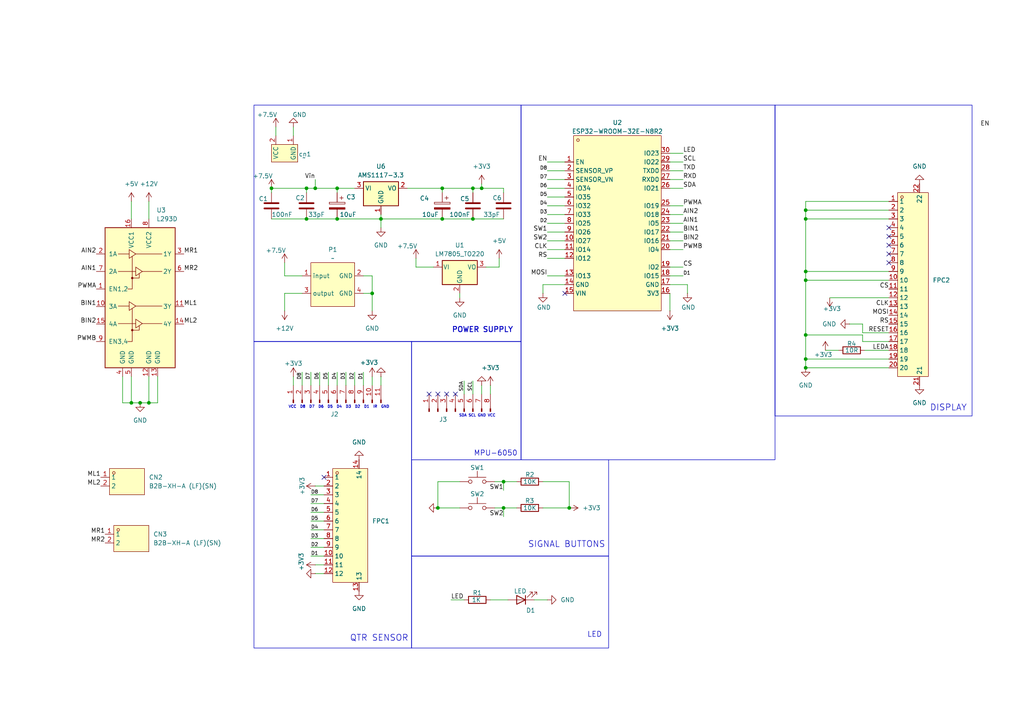
<source format=kicad_sch>
(kicad_sch (version 20231120) (generator "eeschema") (generator_version "8.0")
  (paper "A4")
  (lib_symbols
    (symbol "Connector:Conn_01x08_Pin" (pin_names (offset 1.016) hide)
      (property "Reference" "J" (at 0 10.16 0))
      (property "Value" "Conn_01x08_Pin" (at 0 -12.7 0))
      (symbol "Conn_01x08_Pin_1_1"
        (pin passive line (at 5.08 7.62 180) (length 3.81) (name "Pin_1") (number "1"))
        (pin passive line (at 5.08 5.08 180) (length 3.81) (name "Pin_2") (number "2"))
        (pin passive line (at 5.08 2.54 180) (length 3.81) (name "Pin_3") (number "3"))
        (pin passive line (at 5.08 0 180) (length 3.81) (name "Pin_4") (number "4"))
        (pin passive line (at 5.08 -2.54 180) (length 3.81) (name "Pin_5") (number "5"))
        (pin passive line (at 5.08 -5.08 180) (length 3.81) (name "Pin_6") (number "6"))
        (pin passive line (at 5.08 -7.62 180) (length 3.81) (name "Pin_7") (number "7"))
        (pin passive line (at 5.08 -10.16 180) (length 3.81) (name "Pin_8") (number "8"))
      )
    )
    (symbol "Connector:Conn_01x11_Pin" (pin_names (offset 1.016) hide)
      (property "Reference" "J" (at 0 15.24 0))
      (property "Value" "Conn_01x11_Pin" (at 0 -15.24 0))
      (symbol "Conn_01x11_Pin_1_1"
        (pin passive line (at 5.08 12.7 180) (length 3.81) (name "Pin_1") (number "1"))
        (pin passive line (at 5.08 -10.16 180) (length 3.81) (name "Pin_10") (number "10"))
        (pin passive line (at 5.08 -12.7 180) (length 3.81) (name "Pin_11") (number "11"))
        (pin passive line (at 5.08 10.16 180) (length 3.81) (name "Pin_2") (number "2"))
        (pin passive line (at 5.08 7.62 180) (length 3.81) (name "Pin_3") (number "3"))
        (pin passive line (at 5.08 5.08 180) (length 3.81) (name "Pin_4") (number "4"))
        (pin passive line (at 5.08 2.54 180) (length 3.81) (name "Pin_5") (number "5"))
        (pin passive line (at 5.08 0 180) (length 3.81) (name "Pin_6") (number "6"))
        (pin passive line (at 5.08 -2.54 180) (length 3.81) (name "Pin_7") (number "7"))
        (pin passive line (at 5.08 -5.08 180) (length 3.81) (name "Pin_8") (number "8"))
        (pin passive line (at 5.08 -7.62 180) (length 3.81) (name "Pin_9") (number "9"))
      )
    )
    (symbol "Device:C" (pin_numbers hide) (pin_names (offset 0.254))
      (property "Reference" "C" (at 0.635 2.54 0))
      (property "Value" "C" (at 0.635 -2.54 0))
      (symbol "C_1_1"
        (pin passive line (at 0 3.81 270) (length 2.794) (name "~") (number "1"))
        (pin passive line (at 0 -3.81 90) (length 2.794) (name "~") (number "2"))
      )
    )
    (symbol "Device:C_Polarized" (pin_numbers hide) (pin_names (offset 0.254))
      (property "Reference" "C" (at 0.635 2.54 0))
      (property "Value" "C_Polarized" (at 0.635 -2.54 0))
      (symbol "C_Polarized_1_1"
        (pin passive line (at 0 3.81 270) (length 2.794) (name "~") (number "1"))
        (pin passive line (at 0 -3.81 90) (length 2.794) (name "~") (number "2"))
      )
    )
    (symbol "Device:LED" (pin_numbers hide) (pin_names (offset 1.016) hide)
      (property "Reference" "D" (at 0 2.54 0))
      (property "Value" "LED" (at 0 -2.54 0))
      (symbol "LED_1_1"
        (pin passive line (at -3.81 0 0) (length 2.54) (name "K") (number "1"))
        (pin passive line (at 3.81 0 180) (length 2.54) (name "A") (number "2"))
      )
    )
    (symbol "Device:R" (pin_numbers hide) (pin_names (offset 0))
      (property "Reference" "R" (at 2.032 0 90))
      (property "Value" "R" (at 0 0 90))
      (symbol "R_1_1"
        (pin passive line (at 0 3.81 270) (length 1.27) (name "~") (number "1"))
        (pin passive line (at 0 -3.81 90) (length 1.27) (name "~") (number "2"))
      )
    )
    (symbol "Driver_Motor:L293D" (pin_names (offset 1.016))
      (property "Reference" "U" (at -5.08 26.035 0))
      (property "Value" "L293D" (at -5.08 24.13 0))
      (symbol "L293D_1_1"
        (pin input line (at -12.7 5.08 0) (length 2.54) (name "EN1,2") (number "1"))
        (pin input line (at -12.7 0 0) (length 2.54) (name "3A") (number "10"))
        (pin output line (at 12.7 0 180) (length 2.54) (name "3Y") (number "11"))
        (pin power_in line (at 2.54 -20.32 90) (length 2.54) (name "GND") (number "12"))
        (pin power_in line (at 5.08 -20.32 90) (length 2.54) (name "GND") (number "13"))
        (pin output line (at 12.7 -5.08 180) (length 2.54) (name "4Y") (number "14"))
        (pin input line (at -12.7 -5.08 0) (length 2.54) (name "4A") (number "15"))
        (pin power_in line (at -2.54 25.4 270) (length 2.54) (name "VCC1") (number "16"))
        (pin input line (at -12.7 15.24 0) (length 2.54) (name "1A") (number "2"))
        (pin output line (at 12.7 15.24 180) (length 2.54) (name "1Y") (number "3"))
        (pin power_in line (at -5.08 -20.32 90) (length 2.54) (name "GND") (number "4"))
        (pin power_in line (at -2.54 -20.32 90) (length 2.54) (name "GND") (number "5"))
        (pin output line (at 12.7 10.16 180) (length 2.54) (name "2Y") (number "6"))
        (pin input line (at -12.7 10.16 0) (length 2.54) (name "2A") (number "7"))
        (pin power_in line (at 2.54 25.4 270) (length 2.54) (name "VCC2") (number "8"))
        (pin input line (at -12.7 -10.16 0) (length 2.54) (name "EN3,4") (number "9"))
      )
    )
    (symbol "GND_1" (power) (pin_numbers hide) (pin_names (offset 0) hide)
      (property "Value" "GND" (at 0 -3.81 0))
      (symbol "GND_1_1_1"
        (pin power_in line (at 0 0 270) (length 0) (name "~") (number "1"))
      )
    )
    (symbol "GND_10" (power) (pin_numbers hide) (pin_names (offset 0) hide)
      (property "Value" "GND" (at 0 -3.81 0))
      (symbol "GND_10_1_1"
        (pin power_in line (at 0 0 270) (length 0) (name "~") (number "1"))
      )
    )
    (symbol "GND_11" (power) (pin_numbers hide) (pin_names (offset 0) hide)
      (property "Value" "GND" (at 0 -3.81 0))
      (symbol "GND_11_1_1"
        (pin power_in line (at 0 0 270) (length 0) (name "~") (number "1"))
      )
    )
    (symbol "GND_12" (power) (pin_numbers hide) (pin_names (offset 0) hide)
      (property "Value" "GND" (at 0 -3.81 0))
      (symbol "GND_12_1_1"
        (pin power_in line (at 0 0 270) (length 0) (name "~") (number "1"))
      )
    )
    (symbol "GND_2" (power) (pin_numbers hide) (pin_names (offset 0) hide)
      (property "Value" "GND" (at 0 -3.81 0))
      (symbol "GND_2_1_1"
        (pin power_in line (at 0 0 270) (length 0) (name "~") (number "1"))
      )
    )
    (symbol "GND_3" (power) (pin_numbers hide) (pin_names (offset 0) hide)
      (property "Value" "GND" (at 0 -3.81 0))
      (symbol "GND_3_1_1"
        (pin power_in line (at 0 0 270) (length 0) (name "~") (number "1"))
      )
    )
    (symbol "GND_4" (power) (pin_numbers hide) (pin_names (offset 0) hide)
      (property "Value" "GND" (at 0 -3.81 0))
      (symbol "GND_4_1_1"
        (pin power_in line (at 0 0 270) (length 0) (name "~") (number "1"))
      )
    )
    (symbol "GND_5" (power) (pin_numbers hide) (pin_names (offset 0) hide)
      (property "Value" "GND" (at 0 -3.81 0))
      (symbol "GND_5_1_1"
        (pin power_in line (at 0 0 270) (length 0) (name "~") (number "1"))
      )
    )
    (symbol "GND_6" (power) (pin_numbers hide) (pin_names (offset 0) hide)
      (property "Value" "GND" (at 0 -3.81 0))
      (symbol "GND_6_1_1"
        (pin power_in line (at 0 0 270) (length 0) (name "~") (number "1"))
      )
    )
    (symbol "GND_7" (power) (pin_numbers hide) (pin_names (offset 0) hide)
      (property "Value" "GND" (at 0 -3.81 0))
      (symbol "GND_7_1_1"
        (pin power_in line (at 0 0 270) (length 0) (name "~") (number "1"))
      )
    )
    (symbol "GND_8" (power) (pin_numbers hide) (pin_names (offset 0) hide)
      (property "Value" "GND" (at 0 -3.81 0))
      (symbol "GND_8_1_1"
        (pin power_in line (at 0 0 270) (length 0) (name "~") (number "1"))
      )
    )
    (symbol "GND_9" (power) (pin_numbers hide) (pin_names (offset 0) hide)
      (property "Value" "GND" (at 0 -3.81 0))
      (symbol "GND_9_1_1"
        (pin power_in line (at 0 0 270) (length 0) (name "~") (number "1"))
      )
    )
    (symbol "Regulator_Linear:AMS1117-3.3"
      (property "Reference" "U" (at -3.81 3.175 0))
      (property "Value" "AMS1117-3.3" (at 0 3.175 0))
      (symbol "AMS1117-3.3_1_1"
        (pin power_in line (at 0 -7.62 90) (length 2.54) (name "GND") (number "1"))
        (pin power_out line (at 7.62 0 180) (length 2.54) (name "VO") (number "2"))
        (pin power_in line (at -7.62 0 0) (length 2.54) (name "VI") (number "3"))
      )
    )
    (symbol "Regulator_Linear:LM7805_TO220" (pin_names (offset 0.254))
      (property "Reference" "U" (at -3.81 3.175 0))
      (property "Value" "LM7805_TO220" (at 0 3.175 0))
      (symbol "LM7805_TO220_1_1"
        (pin power_in line (at -7.62 0 0) (length 2.54) (name "VI") (number "1"))
        (pin power_in line (at 0 -7.62 90) (length 2.54) (name "GND") (number "2"))
        (pin power_out line (at 7.62 0 180) (length 2.54) (name "VO") (number "3"))
      )
    )
    (symbol "Switch:SW_Push" (pin_numbers hide) (pin_names (offset 1.016) hide)
      (property "Reference" "SW" (at 1.27 2.54 0))
      (property "Value" "SW_Push" (at 0 -1.524 0))
      (symbol "SW_Push_0_1"
        (pin passive line (at -5.08 0 0) (length 2.54) (name "1") (number "1"))
        (pin passive line (at 5.08 0 180) (length 2.54) (name "2") (number "2"))
      )
    )
    (symbol "easyeda2kicad:B2B-XH-A(LF)(SN)"
      (property "Reference" "CN" (at 0 6.35 0))
      (property "Value" "B2B-XH-A (LF)(SN)" (at 0 -6.35 0))
      (symbol "B2B-XH-A(LF)(SN)_0_1"
        (pin unspecified line (at -6.35 1.27 0) (length 2.54) (name "1") (number "1"))
        (pin unspecified line (at -6.35 -1.27 0) (length 2.54) (name "2") (number "2"))
      )
    )
    (symbol "easyeda2kicad:FPC-05F-12PH20"
      (property "Reference" "FPC" (at 0 22.86 0))
      (property "Value" "FPC-05F-12PH20" (at 0 -25.4 0))
      (symbol "FPC-05F-12PH20_0_1"
        (pin unspecified line (at -7.62 12.7 0) (length 2.54) (name "1") (number "1"))
        (pin unspecified line (at -7.62 -10.16 0) (length 2.54) (name "10") (number "10"))
        (pin unspecified line (at -7.62 -12.7 0) (length 2.54) (name "11") (number "11"))
        (pin unspecified line (at -7.62 -15.24 0) (length 2.54) (name "12") (number "12"))
        (pin unspecified line (at 2.54 -20.32 90) (length 2.54) (name "13") (number "13"))
        (pin unspecified line (at 2.54 17.78 270) (length 2.54) (name "14") (number "14"))
        (pin unspecified line (at -7.62 10.16 0) (length 2.54) (name "2") (number "2"))
        (pin unspecified line (at -7.62 7.62 0) (length 2.54) (name "3") (number "3"))
        (pin unspecified line (at -7.62 5.08 0) (length 2.54) (name "4") (number "4"))
        (pin unspecified line (at -7.62 2.54 0) (length 2.54) (name "5") (number "5"))
        (pin unspecified line (at -7.62 0 0) (length 2.54) (name "6") (number "6"))
        (pin unspecified line (at -7.62 -2.54 0) (length 2.54) (name "7") (number "7"))
        (pin unspecified line (at -7.62 -5.08 0) (length 2.54) (name "8") (number "8"))
        (pin unspecified line (at -7.62 -7.62 0) (length 2.54) (name "9") (number "9"))
      )
    )
    (symbol "easyeda2kicad:FPC-05F-20PH20"
      (property "Reference" "FPC" (at 0 35.56 0))
      (property "Value" "FPC-05F-20PH20" (at 0 -33.02 0))
      (symbol "FPC-05F-20PH20_0_1"
        (pin unspecified line (at -6.35 25.4 0) (length 2.54) (name "1") (number "1"))
        (pin unspecified line (at -6.35 2.54 0) (length 2.54) (name "10") (number "10"))
        (pin unspecified line (at -6.35 0 0) (length 2.54) (name "11") (number "11"))
        (pin unspecified line (at -6.35 -2.54 0) (length 2.54) (name "12") (number "12"))
        (pin unspecified line (at -6.35 -5.08 0) (length 2.54) (name "13") (number "13"))
        (pin unspecified line (at -6.35 -7.62 0) (length 2.54) (name "14") (number "14"))
        (pin unspecified line (at -6.35 -10.16 0) (length 2.54) (name "15") (number "15"))
        (pin unspecified line (at -6.35 -12.7 0) (length 2.54) (name "16") (number "16"))
        (pin unspecified line (at -6.35 -15.24 0) (length 2.54) (name "17") (number "17"))
        (pin unspecified line (at -6.35 -17.78 0) (length 2.54) (name "18") (number "18"))
        (pin unspecified line (at -6.35 -20.32 0) (length 2.54) (name "19") (number "19"))
        (pin unspecified line (at -6.35 22.86 0) (length 2.54) (name "2") (number "2"))
        (pin unspecified line (at -6.35 -22.86 0) (length 2.54) (name "20") (number "20"))
        (pin unspecified line (at 2.54 -27.94 90) (length 2.54) (name "21") (number "21"))
        (pin unspecified line (at 2.54 30.48 270) (length 2.54) (name "22") (number "22"))
        (pin unspecified line (at -6.35 20.32 0) (length 2.54) (name "3") (number "3"))
        (pin unspecified line (at -6.35 17.78 0) (length 2.54) (name "4") (number "4"))
        (pin unspecified line (at -6.35 15.24 0) (length 2.54) (name "5") (number "5"))
        (pin unspecified line (at -6.35 12.7 0) (length 2.54) (name "6") (number "6"))
        (pin unspecified line (at -6.35 10.16 0) (length 2.54) (name "7") (number "7"))
        (pin unspecified line (at -6.35 7.62 0) (length 2.54) (name "8") (number "8"))
        (pin unspecified line (at -6.35 5.08 0) (length 2.54) (name "9") (number "9"))
      )
    )
    (symbol "micromouse2.0:power_input_connector"
      (property "Reference" "cn" (at 2.794 -3.048 0))
      (symbol "power_input_connector_1_1"
        (pin input line (at 2.54 5.08 270) (length 2.54) (name "GND") (number "1"))
        (pin input line (at -2.54 5.08 270) (length 2.54) (name "VCC") (number "2"))
      )
    )
    (symbol "power:+12V" (power) (pin_numbers hide) (pin_names (offset 0) hide)
      (property "Value" "+12V" (at 0 3.556 0))
      (symbol "+12V_1_1"
        (pin power_in line (at 0 0 90) (length 0) (name "~") (number "1"))
      )
    )
    (symbol "power:+3.3V" (power) (pin_names (offset 0))
      (property "Value" "+3.3V" (at 0 3.556 0))
      (symbol "+3.3V_1_1"
        (pin power_in line (at 0 0 90) (length 0) hide (name "+3V3") (number "1"))
      )
    )
    (symbol "power:+3V3" (power) (pin_numbers hide) (pin_names (offset 0) hide)
      (property "Value" "+3V3" (at 0 3.556 0))
      (symbol "+3V3_1_1"
        (pin power_in line (at 0 0 90) (length 0) (name "~") (number "1"))
      )
    )
    (symbol "power:+5V" (power) (pin_numbers hide) (pin_names (offset 0) hide)
      (property "Value" "+5V" (at 0 3.556 0))
      (symbol "+5V_1_1"
        (pin power_in line (at 0 0 90) (length 0) (name "~") (number "1"))
      )
    )
    (symbol "power:+7.5V" (power) (pin_names (offset 0))
      (property "Value" "+7.5V" (at 0 3.556 0))
      (symbol "+7.5V_1_1"
        (pin power_in line (at 0 0 90) (length 0) hide (name "+7.5V") (number "1"))
      )
    )
    (symbol "power:GND" (power) (pin_names (offset 0))
      (property "Value" "GND" (at 0 -3.81 0))
      (symbol "GND_1_1"
        (pin power_in line (at 0 0 270) (length 0) hide (name "GND") (number "1"))
      )
    )
    (symbol "symbols:ESP32-WROOM-32_DEV_BOARD"
      (property "Reference" "U" (at 0 31.75 0))
      (property "Value" "ESP32-WROOM-32E-N8R2" (at 0 -29.21 0))
      (symbol "ESP32-WROOM-32_DEV_BOARD_1_1"
        (pin unspecified line (at -15.24 16.51 0) (length 2.54) (name "EN") (number "1"))
        (pin unspecified line (at -15.24 -6.35 0) (length 2.54) (name "IO27") (number "10"))
        (pin unspecified line (at -15.24 -8.89 0) (length 2.54) (name "IO14") (number "11"))
        (pin unspecified line (at -15.24 -11.43 0) (length 2.54) (name "IO12") (number "12"))
        (pin unspecified line (at -15.24 -16.51 0) (length 2.54) (name "IO13") (number "13"))
        (pin unspecified line (at -15.24 -19.05 0) (length 2.54) (name "GND") (number "14"))
        (pin unspecified line (at -15.24 -21.59 0) (length 2.54) (name "VIN") (number "15"))
        (pin unspecified line (at 15.24 -21.59 180) (length 2.54) (name "3V3") (number "16"))
        (pin unspecified line (at 15.24 -19.05 180) (length 2.54) (name "GND") (number "17"))
        (pin unspecified line (at 15.24 -16.51 180) (length 2.54) (name "IO15") (number "18"))
        (pin unspecified line (at 15.24 -13.97 180) (length 2.54) (name "IO2") (number "19"))
        (pin unspecified line (at -15.24 13.97 0) (length 2.54) (name "SENSOR_VP") (number "2"))
        (pin unspecified line (at 15.24 -8.89 180) (length 2.54) (name "IO4") (number "20"))
        (pin unspecified line (at 15.24 -6.35 180) (length 2.54) (name "IO16") (number "21"))
        (pin unspecified line (at 15.24 -3.81 180) (length 2.54) (name "IO17") (number "22"))
        (pin unspecified line (at 15.24 -1.27 180) (length 2.54) (name "IO5") (number "23"))
        (pin unspecified line (at 15.24 1.27 180) (length 2.54) (name "IO18") (number "24"))
        (pin unspecified line (at 15.24 3.81 180) (length 2.54) (name "IO19") (number "25"))
        (pin unspecified line (at 15.24 8.89 180) (length 2.54) (name "IO21") (number "26"))
        (pin unspecified line (at 15.24 11.43 180) (length 2.54) (name "RXD0") (number "27"))
        (pin unspecified line (at 15.24 13.97 180) (length 2.54) (name "TXD0") (number "28"))
        (pin unspecified line (at 15.24 16.51 180) (length 2.54) (name "IO22") (number "29"))
        (pin unspecified line (at -15.24 11.43 0) (length 2.54) (name "SENSOR_VN") (number "3"))
        (pin unspecified line (at 15.24 19.05 180) (length 2.54) (name "IO23") (number "30"))
        (pin unspecified line (at -15.24 8.89 0) (length 2.54) (name "IO34") (number "4"))
        (pin unspecified line (at -15.24 6.35 0) (length 2.54) (name "IO35") (number "5"))
        (pin unspecified line (at -15.24 3.81 0) (length 2.54) (name "IO32") (number "6"))
        (pin unspecified line (at -15.24 1.27 0) (length 2.54) (name "IO33") (number "7"))
        (pin unspecified line (at -15.24 -1.27 0) (length 2.54) (name "IO25") (number "8"))
        (pin unspecified line (at -15.24 -3.81 0) (length 2.54) (name "IO26") (number "9"))
      )
    )
    (symbol "symbols:buck_converter"
      (property "Reference" "P" (at 4.826 7.366 0))
      (symbol "buck_converter_1_1"
        (pin input line (at -8.89 2.54 0) (length 2.54) (name "input") (number "1"))
        (pin input line (at 8.89 2.54 180) (length 2.54) (name "GND") (number "2"))
        (pin input line (at -8.89 -2.54 0) (length 2.54) (name "output") (number "3"))
        (pin input line (at 8.89 -2.54 180) (length 2.54) (name "GND") (number "4"))
      )
    )
  )
  (junction (at 97.79 63.5))
  (junction (at 128.27 54.61))
  (junction (at 146.05 139.7))
  (junction (at 139.7 54.61))
  (junction (at 233.68 63.5))
  (junction (at 128.27 63.5))
  (junction (at 233.68 104.14))
  (junction (at 97.79 54.61))
  (junction (at 110.49 63.5))
  (junction (at 127 147.32))
  (junction (at 43.18 116.84))
  (junction (at 233.68 81.28))
  (junction (at 107.95 85.09))
  (junction (at 40.64 116.84))
  (junction (at 137.16 54.61))
  (junction (at 165.1 147.32))
  (junction (at 233.68 60.96))
  (junction (at 91.44 54.61))
  (junction (at 233.68 106.68))
  (junction (at 88.9 54.61))
  (junction (at 78.74 54.61))
  (junction (at 137.16 63.5))
  (junction (at 233.68 78.74))
  (junction (at 88.9 63.5))
  (junction (at 146.05 147.32))
  (junction (at 233.68 97.155))
  (junction (at 38.1 116.84))
  (no_connect (at 257.81 68.58))
  (no_connect (at 127 114.3))
  (no_connect (at 257.81 71.12))
  (no_connect (at 163.83 85.09))
  (no_connect (at 124.46 114.3))
  (no_connect (at 257.81 66.04))
  (no_connect (at 257.81 73.66))
  (no_connect (at 257.81 76.2))
  (no_connect (at 93.98 138.43))
  (no_connect (at 129.54 114.3))
  (no_connect (at 132.08 114.3))
  (wire (pts (xy 82.55 76.2) (xy 82.55 80.01)))
  (wire (pts (xy 158.75 57.15) (xy 163.83 57.15)))
  (wire (pts (xy 107.95 80.01) (xy 107.95 85.09)))
  (wire (pts (xy 82.55 85.09) (xy 82.55 90.17)))
  (wire (pts (xy 38.1 58.42) (xy 38.1 63.5)))
  (wire (pts (xy 133.35 85.09) (xy 133.35 86.36)))
  (wire (pts (xy 240.665 86.36) (xy 257.81 86.36)))
  (wire (pts (xy 137.16 54.61) (xy 128.27 54.61)))
  (wire (pts (xy 90.17 156.21) (xy 93.98 156.21)))
  (wire (pts (xy 198.12 46.99) (xy 194.31 46.99)))
  (wire (pts (xy 137.16 63.5) (xy 128.27 63.5)))
  (wire (pts (xy 146.05 54.61) (xy 146.05 55.88)))
  (wire (pts (xy 97.79 107.95) (xy 97.79 111.76)))
  (wire (pts (xy 38.1 109.22) (xy 38.1 116.84)))
  (wire (pts (xy 194.31 44.45) (xy 198.12 44.45)))
  (wire (pts (xy 90.17 146.05) (xy 93.98 146.05)))
  (wire (pts (xy 45.72 116.84) (xy 43.18 116.84)))
  (wire (pts (xy 146.05 147.32) (xy 146.05 149.86)))
  (wire (pts (xy 91.44 140.97) (xy 93.98 140.97)))
  (wire (pts (xy 198.12 67.31) (xy 194.31 67.31)))
  (wire (pts (xy 233.68 60.96) (xy 233.68 63.5)))
  (wire (pts (xy 146.05 63.5) (xy 137.16 63.5)))
  (wire (pts (xy 97.79 54.61) (xy 102.87 54.61)))
  (wire (pts (xy 233.68 58.42) (xy 233.68 60.96)))
  (wire (pts (xy 88.9 54.61) (xy 88.9 55.88)))
  (wire (pts (xy 82.55 80.01) (xy 87.63 80.01)))
  (wire (pts (xy 90.17 143.51) (xy 93.98 143.51)))
  (wire (pts (xy 142.24 111.76) (xy 142.24 114.3)))
  (wire (pts (xy 199.39 82.55) (xy 199.39 85.09)))
  (wire (pts (xy 90.17 148.59) (xy 93.98 148.59)))
  (wire (pts (xy 194.31 82.55) (xy 199.39 82.55)))
  (wire (pts (xy 120.65 74.93) (xy 120.65 77.47)))
  (wire (pts (xy 95.25 107.95) (xy 95.25 111.76)))
  (wire (pts (xy 127 147.32) (xy 133.35 147.32)))
  (wire (pts (xy 257.81 96.52) (xy 250.19 96.52)))
  (wire (pts (xy 45.72 109.22) (xy 45.72 116.84)))
  (wire (pts (xy 102.87 107.95) (xy 102.87 111.76)))
  (wire (pts (xy 157.48 139.7) (xy 165.1 139.7)))
  (wire (pts (xy 158.75 46.99) (xy 163.83 46.99)))
  (wire (pts (xy 158.75 64.77) (xy 163.83 64.77)))
  (wire (pts (xy 128.27 63.5) (xy 110.49 63.5)))
  (wire (pts (xy 91.44 166.37) (xy 93.98 166.37)))
  (wire (pts (xy 157.48 85.09) (xy 157.48 82.55)))
  (wire (pts (xy 246.38 93.98) (xy 250.19 93.98)))
  (wire (pts (xy 158.75 59.69) (xy 163.83 59.69)))
  (wire (pts (xy 142.24 173.99) (xy 147.32 173.99)))
  (wire (pts (xy 198.12 64.77) (xy 194.31 64.77)))
  (wire (pts (xy 194.31 52.07) (xy 198.12 52.07)))
  (wire (pts (xy 35.56 116.84) (xy 38.1 116.84)))
  (wire (pts (xy 233.68 81.28) (xy 233.68 97.155)))
  (wire (pts (xy 158.75 80.01) (xy 163.83 80.01)))
  (wire (pts (xy 100.33 107.95) (xy 100.33 111.76)))
  (wire (pts (xy 85.09 109.22) (xy 85.09 111.76)))
  (wire (pts (xy 107.95 85.09) (xy 107.95 90.17)))
  (wire (pts (xy 139.7 111.76) (xy 139.7 114.3)))
  (wire (pts (xy 257.81 81.28) (xy 233.68 81.28)))
  (wire (pts (xy 163.83 69.85) (xy 158.75 69.85)))
  (wire (pts (xy 198.12 62.23) (xy 194.31 62.23)))
  (wire (pts (xy 158.75 62.23) (xy 163.83 62.23)))
  (wire (pts (xy 133.35 139.7) (xy 127 139.7)))
  (wire (pts (xy 198.12 54.61) (xy 194.31 54.61)))
  (wire (pts (xy 110.49 62.23) (xy 110.49 63.5)))
  (wire (pts (xy 257.81 58.42) (xy 233.68 58.42)))
  (wire (pts (xy 146.05 54.61) (xy 139.7 54.61)))
  (wire (pts (xy 90.17 158.75) (xy 93.98 158.75)))
  (wire (pts (xy 158.75 74.93) (xy 163.83 74.93)))
  (wire (pts (xy 233.68 78.74) (xy 233.68 81.28)))
  (wire (pts (xy 257.81 78.74) (xy 233.68 78.74)))
  (wire (pts (xy 128.27 55.88) (xy 128.27 54.61)))
  (wire (pts (xy 158.75 72.39) (xy 163.83 72.39)))
  (wire (pts (xy 130.81 173.99) (xy 134.62 173.99)))
  (wire (pts (xy 250.19 97.155) (xy 250.19 99.06)))
  (wire (pts (xy 107.95 109.22) (xy 107.95 111.76)))
  (wire (pts (xy 127 139.7) (xy 127 147.32)))
  (wire (pts (xy 146.05 147.32) (xy 149.86 147.32)))
  (wire (pts (xy 110.49 63.5) (xy 110.49 66.04)))
  (wire (pts (xy 158.75 54.61) (xy 163.83 54.61)))
  (wire (pts (xy 143.51 147.32) (xy 146.05 147.32)))
  (wire (pts (xy 250.19 99.06) (xy 257.81 99.06)))
  (wire (pts (xy 233.68 106.68) (xy 257.81 106.68)))
  (wire (pts (xy 137.16 54.61) (xy 137.16 55.88)))
  (wire (pts (xy 250.19 97.155) (xy 233.68 97.155)))
  (wire (pts (xy 110.49 109.22) (xy 110.49 111.76)))
  (wire (pts (xy 137.16 110.49) (xy 137.16 114.3)))
  (wire (pts (xy 78.74 63.5) (xy 88.9 63.5)))
  (wire (pts (xy 105.41 107.95) (xy 105.41 111.76)))
  (wire (pts (xy 78.74 54.61) (xy 78.74 55.88)))
  (wire (pts (xy 78.74 54.61) (xy 88.9 54.61)))
  (wire (pts (xy 146.05 139.7) (xy 149.86 139.7)))
  (wire (pts (xy 146.05 139.7) (xy 146.05 142.24)))
  (wire (pts (xy 120.65 77.47) (xy 125.73 77.47)))
  (wire (pts (xy 90.17 153.67) (xy 93.98 153.67)))
  (wire (pts (xy 90.17 107.95) (xy 90.17 111.76)))
  (wire (pts (xy 157.48 147.32) (xy 165.1 147.32)))
  (wire (pts (xy 144.78 77.47) (xy 140.97 77.47)))
  (wire (pts (xy 154.94 173.99) (xy 158.75 173.99)))
  (wire (pts (xy 233.68 104.14) (xy 233.68 106.68)))
  (wire (pts (xy 128.27 54.61) (xy 118.11 54.61)))
  (wire (pts (xy 158.75 67.31) (xy 163.83 67.31)))
  (wire (pts (xy 87.63 107.95) (xy 87.63 111.76)))
  (wire (pts (xy 88.9 63.5) (xy 97.79 63.5)))
  (wire (pts (xy 233.68 63.5) (xy 233.68 78.74)))
  (wire (pts (xy 88.9 54.61) (xy 91.44 54.61)))
  (wire (pts (xy 43.18 58.42) (xy 43.18 63.5)))
  (wire (pts (xy 194.31 80.01) (xy 198.12 80.01)))
  (wire (pts (xy 250.19 96.52) (xy 250.19 93.98)))
  (wire (pts (xy 38.1 116.84) (xy 40.64 116.84)))
  (wire (pts (xy 257.81 60.96) (xy 233.68 60.96)))
  (wire (pts (xy 139.7 54.61) (xy 137.16 54.61)))
  (wire (pts (xy 97.79 54.61) (xy 97.79 55.88)))
  (wire (pts (xy 139.7 54.61) (xy 139.7 53.34)))
  (wire (pts (xy 85.09 36.83) (xy 85.09 39.37)))
  (wire (pts (xy 198.12 77.47) (xy 194.31 77.47)))
  (wire (pts (xy 233.68 97.155) (xy 233.68 104.14)))
  (wire (pts (xy 80.01 36.83) (xy 80.01 39.37)))
  (wire (pts (xy 90.17 161.29) (xy 93.98 161.29)))
  (wire (pts (xy 239.395 101.6) (xy 243.205 101.6)))
  (wire (pts (xy 198.12 72.39) (xy 194.31 72.39)))
  (wire (pts (xy 158.75 49.53) (xy 163.83 49.53)))
  (wire (pts (xy 91.44 52.07) (xy 91.44 54.61)))
  (wire (pts (xy 165.1 139.7) (xy 165.1 147.32)))
  (wire (pts (xy 87.63 85.09) (xy 82.55 85.09)))
  (wire (pts (xy 92.71 107.95) (xy 92.71 111.76)))
  (wire (pts (xy 91.44 54.61) (xy 97.79 54.61)))
  (wire (pts (xy 35.56 109.22) (xy 35.56 116.84)))
  (wire (pts (xy 198.12 69.85) (xy 194.31 69.85)))
  (wire (pts (xy 198.12 59.69) (xy 194.31 59.69)))
  (wire (pts (xy 257.81 63.5) (xy 233.68 63.5)))
  (wire (pts (xy 194.31 90.17) (xy 194.31 85.09)))
  (wire (pts (xy 250.825 101.6) (xy 257.81 101.6)))
  (wire (pts (xy 105.41 80.01) (xy 107.95 80.01)))
  (wire (pts (xy 43.18 116.84) (xy 40.64 116.84)))
  (wire (pts (xy 97.79 63.5) (xy 110.49 63.5)))
  (wire (pts (xy 144.78 74.93) (xy 144.78 77.47)))
  (wire (pts (xy 143.51 139.7) (xy 146.05 139.7)))
  (wire (pts (xy 43.18 109.22) (xy 43.18 116.84)))
  (wire (pts (xy 90.17 151.13) (xy 93.98 151.13)))
  (wire (pts (xy 157.48 82.55) (xy 163.83 82.55)))
  (wire (pts (xy 105.41 85.09) (xy 107.95 85.09)))
  (wire (pts (xy 91.44 163.83) (xy 93.98 163.83)))
  (wire (pts (xy 233.68 104.14) (xy 257.81 104.14)))
  (wire (pts (xy 194.31 49.53) (xy 198.12 49.53)))
  (wire (pts (xy 134.62 110.49) (xy 134.62 114.3)))
  (wire (pts (xy 158.75 52.07) (xy 163.83 52.07)))
  (rectangle (start 73.66 99.06) (end 119.38 187.96))
  (rectangle (start 119.38 133.35) (end 176.53 161.29))
  (rectangle (start 119.38 161.29) (end 176.53 187.96))
  (rectangle (start 119.38 99.06) (end 151.13 133.35))
  (rectangle (start 151.13 30.48) (end 224.79 133.35))
  (rectangle (start 184.15 133.35) (end 184.15 133.35))
  (rectangle (start 224.79 30.48) (end 281.94 120.65))
  (rectangle (start 73.66 30.48) (end 151.13 99.06))
  (text "SDA SCL GND VCC" (at 138.43 120.65 0) (effects (font (size 0.762 0.762))))
  (text "SIGNAL BUTTONS\n" (at 164.338 157.988 0) (effects (font (size 1.778 1.778))))
  (text "MPU-6050\n" (at 143.764 131.572 0) (effects (font (size 1.524 1.524))))
  (text "DISPLAY\n" (at 275.082 118.364 0) (effects (font (size 1.778 1.778))))
  (text "POWER SUPPLY" (at 139.954 95.758 0) (effects (font (size 1.524 1.524) (thickness 0.254) (bold yes))))
  (text "QTR SENSOR" (at 109.982 185.166 0) (effects (font (size 1.778 1.778))))
  (text "LED" (at 172.466 184.15 0) (effects (font (size 1.524 1.524))))
  (text "VCC  D8  D7  D6  D5  D4  D3  D2  D1  IR  GND\n" (at 98.298 118.11 0) (effects (font (size 0.762 0.762))))
  (label "EN" (at 287.02 36.83 180))
  (label "BIN1" (at 27.94 88.9 180))
  (label "CS" (at 198.12 77.47 0))
  (label "TXD" (at 198.12 49.53 0))
  (label "D5" (at 90.17 151.13 0) (effects (font (size 1.016 1.016))))
  (label "D8" (at 87.63 107.95 270) (effects (font (size 1.016 1.016))))
  (label "D3" (at 100.33 107.95 270) (effects (font (size 1.016 1.016))))
  (label "SDA" (at 134.62 110.49 270) (effects (font (size 1.016 1.016))))
  (label "RESET" (at 257.81 96.52 180))
  (label "MOSI" (at 257.81 91.44 180))
  (label "SCL" (at 137.16 110.49 270) (effects (font (size 1.016 1.016))))
  (label "D1" (at 105.41 107.95 270) (effects (font (size 1.016 1.016))))
  (label "D2" (at 102.87 107.95 270) (effects (font (size 1.016 1.016))))
  (label "ML1" (at 53.34 88.9 0))
  (label "RS" (at 257.81 93.98 180))
  (label "SW2" (at 146.05 149.86 180))
  (label "D4" (at 158.75 59.69 180) (effects (font (size 1.016 1.016))))
  (label "D4" (at 90.17 153.67 0) (effects (font (size 1.016 1.016))))
  (label "D1" (at 90.17 161.29 0) (effects (font (size 1.016 1.016))))
  (label "D6" (at 90.17 148.59 0) (effects (font (size 1.016 1.016))))
  (label "AIN2" (at 198.12 62.23 0))
  (label "SDA" (at 198.12 54.61 0))
  (label "SW1" (at 158.75 67.31 180))
  (label "D2" (at 158.75 64.77 180) (effects (font (size 1.016 1.016))))
  (label "LED" (at 198.12 44.45 0))
  (label "BIN1" (at 198.12 67.31 0))
  (label "D6" (at 158.75 54.61 180) (effects (font (size 1.016 1.016))))
  (label "SCL" (at 198.12 46.99 0))
  (label "PWMB" (at 27.94 99.06 180))
  (label "D3" (at 158.75 62.23 180) (effects (font (size 1.016 1.016))))
  (label "MR1" (at 30.48 154.94 180))
  (label "BIN2" (at 198.12 69.85 0))
  (label "D5" (at 95.25 107.95 270) (effects (font (size 1.016 1.016))))
  (label "D7" (at 90.17 146.05 0) (effects (font (size 1.016 1.016))))
  (label "ML1" (at 29.21 138.43 180))
  (label "D8" (at 90.17 143.51 0) (effects (font (size 1.016 1.016))))
  (label "PWMB" (at 198.12 72.39 0))
  (label "PWMA" (at 27.94 83.82 180))
  (label "D7" (at 90.17 107.95 270) (effects (font (size 1.016 1.016))))
  (label "AIN2" (at 27.94 73.66 180))
  (label "CLK" (at 257.81 88.9 180))
  (label "EN" (at 158.75 46.99 180))
  (label "MOSI" (at 158.75 80.01 180))
  (label "D7" (at 158.75 52.07 180) (effects (font (size 1.016 1.016))))
  (label "D2" (at 90.17 158.75 0) (effects (font (size 1.016 1.016))))
  (label "LEDA" (at 257.81 101.6 180))
  (label "ML2" (at 29.21 140.97 180))
  (label "AIN1" (at 27.94 78.74 180))
  (label "D5" (at 158.75 57.15 180) (effects (font (size 1.016 1.016))))
  (label "RS" (at 158.75 74.93 180))
  (label "MR2" (at 53.34 78.74 0))
  (label "BIN2" (at 27.94 93.98 180))
  (label "SW1" (at 146.05 142.24 180))
  (label "RXD" (at 198.12 52.07 0))
  (label "D8" (at 158.75 49.53 180) (effects (font (size 1.016 1.016))))
  (label "PWMA" (at 198.12 59.69 0))
  (label "D3" (at 90.17 156.21 0) (effects (font (size 1.016 1.016))))
  (label "MR2" (at 30.48 157.48 180))
  (label "D6" (at 92.71 107.95 270) (effects (font (size 1.016 1.016))))
  (label "LED" (at 130.81 173.99 0))
  (label "CLK" (at 158.75 72.39 180))
  (label "Vin" (at 91.44 52.07 180))
  (label "CS" (at 257.81 83.82 180))
  (label "D1" (at 198.12 80.01 0) (effects (font (size 1.016 1.016))))
  (label "SW2" (at 158.75 69.85 180))
  (label "AIN1" (at 198.12 64.77 0))
  (label "D4" (at 97.79 107.95 270) (effects (font (size 1.016 1.016))))
  (label "ML2" (at 53.34 93.98 0))
  (label "MR1" (at 53.34 73.66 0))
  (symbol (lib_id "Connector:Conn_01x11_Pin") (at 97.79 116.84 90) (unit 1)
    (property "Reference" "J2" (at 97.028 120.142 90))
    (property "Value" "Conn_01x11_Pin" (effects (hide yes)))
    (property "Footprint" "Connector_PinHeader_2.54mm:PinHeader_1x11_P2.54mm_Vertical" (effects (hide yes)))
    (property "Description" "Generic connector, single row, 01x11, script generated" (effects (hide yes)))
  )
  (symbol (lib_name "GND_4") (lib_id "power:GND") (at 139.7 111.76 180) (unit 1)
    (property "Reference" "#PWR018" (effects (hide yes)))
    (property "Value" "GND" (effects (hide yes)))
    (property "Description" "Power symbol creates a global label with name \"GND\" , ground" (effects (hide yes)))
  )
  (symbol (lib_id "Device:C") (at 78.74 59.69 0) (mirror y) (unit 1)
    (property "Reference" "C1" (at 77.724 57.658 0) (effects (justify left)))
    (property "Value" "100nF" (at 84.836 62.23 0) (effects (justify left)))
    (property "Footprint" "Capacitor_SMD:C_0805_2012Metric" (effects (hide yes)))
    (property "lcsc" "C100072" (effects (hide yes)))
    (property "LCSC Part" "C476766" (effects (hide yes)))
  )
  (symbol (lib_id "Device:C") (at 88.9 59.69 0) (mirror y) (unit 1)
    (property "Reference" "C2" (at 88.392 57.404 0) (effects (justify left)))
    (property "Value" "33pF" (at 94.234 62.23 0) (effects (justify left)))
    (property "Footprint" "Capacitor_SMD:C_0805_2012Metric" (effects (hide yes)))
    (property "lcsc" "C100072" (effects (hide yes)))
    (property "LCSC Part" "C157687" (effects (hide yes)))
  )
  (symbol (lib_name "GND_2") (lib_id "power:GND") (at 91.44 166.37 270) (mirror x) (unit 1)
    (property "Reference" "#PWR09" (effects (hide yes)))
    (property "Value" "GND" (effects (hide yes)))
    (property "Description" "Power symbol creates a global label with name \"GND\" , ground" (effects (hide yes)))
  )
  (symbol (lib_id "power:+3V3") (at 91.44 140.97 90) (mirror x) (unit 1)
    (property "Reference" "#PWR07" (effects (hide yes)))
    (property "Value" "+3V3" (at 87.63 140.97 0))
    (property "Description" "Power symbol creates a global label with name \"+3V3\"" (effects (hide yes)))
  )
  (symbol (lib_id "power:+12V") (at 82.55 90.17 180) (unit 1)
    (property "Reference" "#PWR04" (effects (hide yes)))
    (property "Value" "+12V" (at 82.55 95.25 0))
    (property "Description" "Power symbol creates a global label with name \"+12V\"" (effects (hide yes)))
  )
  (symbol (lib_name "GND_8") (lib_id "power:GND") (at 246.38 93.98 270) (unit 1)
    (property "Reference" "#PWR028" (effects (hide yes)))
    (property "Value" "GND" (at 242.57 93.9799 90) (effects (justify right)))
    (property "Description" "Power symbol creates a global label with name \"GND\" , ground" (effects (hide yes)))
  )
  (symbol (lib_id "power:+5V") (at 38.1 58.42 0) (unit 1)
    (property "Reference" "#PWR031" (effects (hide yes)))
    (property "Value" "+5V" (at 38.1 53.34 0))
    (property "Description" "Power symbol creates a global label with name \"+5V\"" (effects (hide yes)))
  )
  (symbol (lib_id "symbols:buck_converter") (at 96.52 82.55 0) (unit 1)
    (property "Reference" "P1" (at 96.52 72.39 0))
    (property "Value" "~" (at 96.52 74.93 0))
    (property "Footprint" "symbols_footprint:buck_boost converter" (effects (hide yes)))
  )
  (symbol (lib_name "GND_1") (lib_id "power:GND") (at 133.35 86.36 0) (unit 1)
    (property "Reference" "#PWR035" (effects (hide yes)))
    (property "Value" "GND" (at 133.35 91.44 0))
    (property "Description" "Power symbol creates a global label with name \"GND\" , ground" (effects (hide yes)))
  )
  (symbol (lib_name "GND_5") (lib_id "power:GND") (at 158.75 173.99 90) (unit 1)
    (property "Reference" "#PWR021" (effects (hide yes)))
    (property "Value" "GND" (at 162.56 173.9899 90) (effects (justify right)))
    (property "Description" "Power symbol creates a global label with name \"GND\" , ground" (effects (hide yes)))
  )
  (symbol (lib_id "power:+3V3") (at 194.31 90.17 180) (unit 1)
    (property "Reference" "#PWR023" (effects (hide yes)))
    (property "Value" "+3V3" (at 194.31 95.25 0))
    (property "Description" "Power symbol creates a global label with name \"+3V3\"" (effects (hide yes)))
  )
  (symbol (lib_id "Device:R") (at 153.67 147.32 90) (unit 1)
    (property "Reference" "R3" (at 153.6294 145.2438 90))
    (property "Value" "10K" (at 153.67 147.32 90))
    (property "Footprint" "Resistor_SMD:R_0603_1608Metric" (effects (hide yes)))
    (property "Description" "Resistor" (effects (hide yes)))
  )
  (symbol (lib_id "power:+12V") (at 43.18 58.42 0) (unit 1)
    (property "Reference" "#PWR032" (effects (hide yes)))
    (property "Value" "+12V" (at 43.18 53.34 0))
    (property "Description" "Power symbol creates a global label with name \"+12V\"" (effects (hide yes)))
  )
  (symbol (lib_id "easyeda2kicad:FPC-05F-20PH20") (at 264.16 83.82 0) (unit 1)
    (property "Reference" "FPC2" (at 270.51 81.2799 0) (effects (justify left)))
    (property "Value" "FPC-05F-20PH20" (effects (hide yes)))
    (property "Footprint" "easyeda2kicad:FPC-SMD_20P-P0.50_XUNPU_FPC-05F-20PH20" (effects (hide yes)))
    (property "LCSC Part" "C2856803" (effects (hide yes)))
  )
  (symbol (lib_id "Connector:Conn_01x08_Pin") (at 132.08 119.38 90) (unit 1)
    (property "Reference" "J3" (at 128.524 121.666 90))
    (property "Value" "Conn_01x08_Pin" (effects (hide yes)))
    (property "Footprint" "Connector_PinHeader_2.54mm:PinHeader_1x08_P2.54mm_Vertical" (effects (hide yes)))
    (property "Description" "Generic connector, single row, 01x08, script generated" (effects (hide yes)))
  )
  (symbol (lib_id "Driver_Motor:L293D") (at 40.64 88.9 0) (unit 1)
    (property "Reference" "U3" (at 45.3741 60.96 0) (effects (justify left)))
    (property "Value" "L293D" (at 45.3741 63.5 0) (effects (justify left)))
    (property "Footprint" "Package_DIP:DIP-16_W7.62mm" (effects (hide yes)))
    (property "Datasheet" "http://www.ti.com/lit/ds/symlink/l293.pdf" (effects (hide yes)))
    (property "Description" "Quadruple Half-H Drivers" (effects (hide yes)))
  )
  (symbol (lib_name "GND_12") (lib_id "power:GND") (at 40.64 116.84 0) (unit 1)
    (property "Reference" "#PWR033" (effects (hide yes)))
    (property "Value" "GND" (at 40.64 121.92 0))
    (property "Description" "Power symbol creates a global label with name \"GND\" , ground" (effects (hide yes)))
  )
  (symbol (lib_id "power:+7.5V") (at 78.74 54.61 0) (unit 1)
    (property "Reference" "#PWR01" (effects (hide yes)))
    (property "Value" "+7.5V" (at 76.2 51.054 0))
    (property "Description" "Power symbol creates a global label with name \"+7.5V\"" (effects (hide yes)))
  )
  (symbol (lib_id "Device:R") (at 247.015 101.6 90) (unit 1)
    (property "Reference" "R4" (at 247.015 99.695 90))
    (property "Value" "10R" (at 247.015 101.6 90))
    (property "Footprint" "Resistor_SMD:R_0603_1608Metric" (effects (hide yes)))
    (property "Description" "Resistor" (effects (hide yes)))
  )
  (symbol (lib_id "power:+3V3") (at 142.24 111.76 0) (unit 1)
    (property "Reference" "#PWR019" (effects (hide yes)))
    (property "Value" "+3V3" (at 142.24 106.68 0))
    (property "Description" "Power symbol creates a global label with name \"+3V3\"" (effects (hide yes)))
  )
  (symbol (lib_id "power:+7.5V") (at 82.55 76.2 0) (unit 1)
    (property "Reference" "#PWR03" (effects (hide yes)))
    (property "Value" "+7.5V" (at 80.01 72.644 0))
    (property "Description" "Power symbol creates a global label with name \"+7.5V\"" (effects (hide yes)))
  )
  (symbol (lib_id "easyeda2kicad:FPC-05F-12PH20") (at 101.6 151.13 0) (unit 1)
    (property "Reference" "FPC1" (at 107.95 151.1299 0) (effects (justify left)))
    (property "Value" "FPC-05F-12PH20" (effects (hide yes)))
    (property "Footprint" "easyeda2kicad:FPC-SMD_12P-P0.50_FPC-05F-12PH20" (effects (hide yes)))
    (property "LCSC Part" "C2856799" (effects (hide yes)))
  )
  (symbol (lib_id "easyeda2kicad:B2B-XH-A(LF)(SN)") (at 36.83 156.21 0) (unit 1)
    (property "Reference" "CN3" (at 44.45 154.9399 0) (effects (justify left)))
    (property "Value" "B2B-XH-A (LF)(SN)" (at 44.45 157.4799 0) (effects (justify left)))
    (property "Footprint" "easyeda2kicad:CONN-TH_B2B-XH-A-LF-SN" (effects (hide yes)))
    (property "Datasheet" "https://lcsc.com/product-detail/XH-Connectors_JST_B2B-XH-A-LF-SN_XHsocket-1-2P-pitch2-5mm_C158012.html" (effects (hide yes)))
    (property "LCSC Part" "C158012" (effects (hide yes)))
  )
  (symbol (lib_id "power:+3V3") (at 139.7 53.34 0) (mirror y) (unit 1)
    (property "Reference" "#PWR017" (effects (hide yes)))
    (property "Value" "+3V3" (at 139.7 48.26 0))
  )
  (symbol (lib_id "Switch:SW_Push") (at 138.43 147.32 0) (unit 1)
    (property "Reference" "SW2" (at 138.43 143.256 0))
    (property "Value" "SW_Push" (effects (hide yes)))
    (property "Footprint" "easyeda2kicad:SW-SMD_L6.0-W3.3-LS8.0" (effects (hide yes)))
    (property "Description" "Push button switch, generic, two pins" (effects (hide yes)))
  )
  (symbol (lib_id "power:+3V3") (at 91.44 163.83 90) (mirror x) (unit 1)
    (property "Reference" "#PWR08" (effects (hide yes)))
    (property "Value" "+3V3" (at 87.376 160.274 0) (effects (justify left)))
    (property "Description" "Power symbol creates a global label with name \"+3V3\"" (effects (hide yes)))
  )
  (symbol (lib_id "power:+3V3") (at 107.95 109.22 0) (unit 1)
    (property "Reference" "#PWR013" (effects (hide yes)))
    (property "Value" "+3V3" (at 104.394 105.156 0) (effects (justify left)))
    (property "Description" "Power symbol creates a global label with name \"+3V3\"" (effects (hide yes)))
  )
  (symbol (lib_id "Device:C_Polarized") (at 128.27 59.69 0) (mirror y) (unit 1)
    (property "Reference" "C4" (at 124.46 57.531 0) (effects (justify left)))
    (property "Value" "10uF" (at 127.254 62.23 0) (effects (justify left)))
    (property "Footprint" "Capacitor_SMD:C_0805_2012Metric" (effects (hide yes)))
    (property "lcsc" "C119052" (effects (hide yes)))
    (property "LCSC Part" "C5189822" (effects (hide yes)))
  )
  (symbol (lib_name "GND_2") (lib_id "power:GND") (at 110.49 109.22 180) (unit 1)
    (property "Reference" "#PWR015" (effects (hide yes)))
    (property "Value" "GND" (effects (hide yes)))
    (property "Description" "Power symbol creates a global label with name \"GND\" , ground" (effects (hide yes)))
  )
  (symbol (lib_name "GND_11") (lib_id "power:GND") (at 104.14 171.45 0) (unit 1)
    (property "Reference" "#PWR011" (effects (hide yes)))
    (property "Value" "GND" (at 104.14 176.53 0))
    (property "Description" "Power symbol creates a global label with name \"GND\" , ground" (effects (hide yes)))
  )
  (symbol (lib_id "power:+3V3") (at 239.395 101.6 0) (unit 1)
    (property "Reference" "#PWR026" (effects (hide yes)))
    (property "Value" "+3V3" (at 238.76 102.87 0))
    (property "Description" "Power symbol creates a global label with name \"+3V3\"" (effects (hide yes)))
  )
  (symbol (lib_name "GND_9") (lib_id "power:GND") (at 199.39 85.09 0) (unit 1)
    (property "Reference" "#PWR024" (effects (hide yes)))
    (property "Value" "GND" (at 199.644 89.154 0))
    (property "Description" "Power symbol creates a global label with name \"GND\" , ground" (effects (hide yes)))
  )
  (symbol (lib_name "GND_10") (lib_id "power:GND") (at 104.14 133.35 180) (unit 1)
    (property "Reference" "#PWR010" (effects (hide yes)))
    (property "Value" "GND" (at 104.14 128.27 0))
    (property "Description" "Power symbol creates a global label with name \"GND\" , ground" (effects (hide yes)))
  )
  (symbol (lib_id "symbols:ESP32-WROOM-32_DEV_BOARD") (at 179.07 63.5 0) (unit 1)
    (property "Reference" "U2" (at 179.07 35.56 0))
    (property "Value" "ESP32-WROOM-32E-N8R2" (at 179.07 38.1 0))
    (property "Footprint" "symbols_footprint:esp32 dev board" (effects (hide yes)))
    (property "LCSC Part" "C5361945" (effects (hide yes)))
  )
  (symbol (lib_name "GND_1") (lib_id "power:GND") (at 107.95 90.17 0) (unit 1)
    (property "Reference" "#PWR012" (effects (hide yes)))
    (property "Value" "GND" (at 107.95 95.25 0))
    (property "Description" "Power symbol creates a global label with name \"GND\" , ground" (effects (hide yes)))
  )
  (symbol (lib_id "power:+7.5V") (at 120.65 74.93 0) (unit 1)
    (property "Reference" "#PWR034" (effects (hide yes)))
    (property "Value" "+7.5V" (at 118.11 71.374 0))
    (property "Description" "Power symbol creates a global label with name \"+7.5V\"" (effects (hide yes)))
  )
  (symbol (lib_id "Device:R") (at 138.43 173.99 90) (unit 1)
    (property "Reference" "R1" (at 138.43 171.958 90))
    (property "Value" "1K" (at 138.176 173.99 90))
    (property "Footprint" "Resistor_SMD:R_0603_1608Metric" (effects (hide yes)))
    (property "Description" "Resistor" (effects (hide yes)))
  )
  (symbol (lib_id "power:GND") (at 233.68 106.68 0) (unit 1)
    (property "Reference" "#PWR025" (effects (hide yes)))
    (property "Value" "GND" (at 233.68 111.76 0))
    (property "Description" "Power symbol creates a global label with name \"GND\" , ground" (effects (hide yes)))
  )
  (symbol (lib_id "easyeda2kicad:B2B-XH-A(LF)(SN)") (at 35.56 139.7 0) (unit 1)
    (property "Reference" "CN2" (at 43.18 138.4299 0) (effects (justify left)))
    (property "Value" "B2B-XH-A (LF)(SN)" (at 43.18 140.9699 0) (effects (justify left)))
    (property "Footprint" "easyeda2kicad:CONN-TH_B2B-XH-A-LF-SN" (effects (hide yes)))
    (property "Datasheet" "https://lcsc.com/product-detail/XH-Connectors_JST_B2B-XH-A-LF-SN_XHsocket-1-2P-pitch2-5mm_C158012.html" (effects (hide yes)))
    (property "LCSC Part" "C158012" (effects (hide yes)))
  )
  (symbol (lib_name "GND_3") (lib_id "power:GND") (at 127 147.32 270) (unit 1)
    (property "Reference" "#PWR016" (effects (hide yes)))
    (property "Value" "GND" (effects (hide yes)))
    (property "Description" "Power symbol creates a global label with name \"GND\" , ground" (effects (hide yes)))
  )
  (symbol (lib_id "Device:R") (at 153.67 139.7 90) (unit 1)
    (property "Reference" "R2" (at 153.67 137.668 90))
    (property "Value" "10K" (at 153.67 139.7 90))
    (property "Footprint" "Resistor_SMD:R_0603_1608Metric" (effects (hide yes)))
    (property "Description" "Resistor" (effects (hide yes)))
  )
  (symbol (lib_id "power:GND") (at 85.09 36.83 180) (unit 1)
    (property "Reference" "#PWR05" (effects (hide yes)))
    (property "Value" "GND" (at 86.868 33.274 0))
    (property "Description" "Power symbol creates a global label with name \"GND\" , ground" (effects (hide yes)))
  )
  (symbol (lib_id "power:GND") (at 110.49 66.04 0) (mirror y) (unit 1)
    (property "Reference" "#PWR014" (effects (hide yes)))
    (property "Value" "GND" (at 110.49 71.12 0))
  )
  (symbol (lib_id "power:+3V3") (at 85.09 109.22 0) (unit 1)
    (property "Reference" "#PWR06" (effects (hide yes)))
    (property "Value" "+3V3" (at 85.09 105.41 0))
    (property "Description" "Power symbol creates a global label with name \"+3V3\"" (effects (hide yes)))
  )
  (symbol (lib_id "power:+3.3V") (at 240.665 86.36 180) (unit 1)
    (property "Reference" "#PWR027" (effects (hide yes)))
    (property "Value" "+3V3" (at 241.3 89.535 0))
  )
  (symbol (lib_id "Device:C_Polarized") (at 97.79 59.69 0) (mirror y) (unit 1)
    (property "Reference" "C3" (at 103.124 57.15 0) (effects (justify left)))
    (property "Value" "10uF" (at 103.378 62.23 0) (effects (justify left)))
    (property "Footprint" "Capacitor_SMD:C_0805_2012Metric" (effects (hide yes)))
    (property "lcsc" "C119052" (effects (hide yes)))
    (property "LCSC Part" "C5189822" (effects (hide yes)))
  )
  (symbol (lib_name "GND_6") (lib_id "power:GND") (at 266.7 53.34 180) (unit 1)
    (property "Reference" "#PWR029" (effects (hide yes)))
    (property "Value" "GND" (at 266.7 48.26 0))
    (property "Description" "Power symbol creates a global label with name \"GND\" , ground" (effects (hide yes)))
  )
  (symbol (lib_id "power:+3V3") (at 165.1 147.32 270) (unit 1)
    (property "Reference" "#PWR022" (effects (hide yes)))
    (property "Value" "+3V3" (at 168.91 147.3199 90) (effects (justify left)))
    (property "Description" "Power symbol creates a global label with name \"+3V3\"" (effects (hide yes)))
  )
  (symbol (lib_id "Device:C") (at 137.16 59.69 0) (mirror y) (unit 1)
    (property "Reference" "C5" (at 136.144 57.658 0) (effects (justify left)))
    (property "Value" "100nF" (at 136.398 62.23 0) (effects (justify left)))
    (property "Footprint" "Capacitor_SMD:C_0805_2012Metric" (effects (hide yes)))
    (property "lcsc" "C100072" (effects (hide yes)))
    (property "LCSC Part" "C476766" (effects (hide yes)))
  )
  (symbol (lib_name "GND_9") (lib_id "power:GND") (at 157.48 85.09 0) (unit 1)
    (property "Reference" "#PWR020" (effects (hide yes)))
    (property "Value" "GND" (at 157.734 89.154 0))
    (property "Description" "Power symbol creates a global label with name \"GND\" , ground" (effects (hide yes)))
  )
  (symbol (lib_name "GND_7") (lib_id "power:GND") (at 266.7 111.76 0) (unit 1)
    (property "Reference" "#PWR030" (effects (hide yes)))
    (property "Value" "GND" (at 266.7 116.84 0))
    (property "Description" "Power symbol creates a global label with name \"GND\" , ground" (effects (hide yes)))
  )
  (symbol (lib_id "Regulator_Linear:LM7805_TO220") (at 133.35 77.47 0) (unit 1)
    (property "Reference" "U1" (at 133.35 71.12 0))
    (property "Value" "LM7805_TO220" (at 133.35 73.66 0))
    (property "Footprint" "Package_TO_SOT_THT:TO-220-3_Vertical" (effects (hide yes)))
    (property "Datasheet" "https://www.onsemi.cn/PowerSolutions/document/MC7800-D.PDF" (effects (hide yes)))
    (property "Description" "Positive 1A 35V Linear Regulator, Fixed Output 5V, TO-220" (effects (hide yes)))
  )
  (symbol (lib_id "Regulator_Linear:AMS1117-3.3") (at 110.49 54.61 0) (unit 1)
    (property "Reference" "U6" (at 110.49 48.26 0))
    (property "Value" "AMS1117-3.3" (at 110.49 50.8 0))
    (property "Footprint" "Package_TO_SOT_SMD:SOT-223-3_TabPin2" (effects (hide yes)))
    (property "Datasheet" "http://www.advanced-monolithic.com/pdf/ds1117.pdf" (effects (hide yes)))
    (property "Description" "1A Low Dropout regulator, positive, 3.3V fixed output, SOT-223" (effects (hide yes)))
  )
  (symbol (lib_id "Device:LED") (at 151.13 173.99 180) (unit 1)
    (property "Reference" "D1" (at 153.924 177.038 0))
    (property "Value" "LED" (at 150.876 171.45 0))
    (property "Footprint" "easyeda2kicad:LED0603-RD" (effects (hide yes)))
    (property "Description" "Light emitting diode" (effects (hide yes)))
  )
  (symbol (lib_id "Switch:SW_Push") (at 138.43 139.7 0) (unit 1)
    (property "Reference" "SW1" (at 138.43 135.636 0))
    (property "Value" "SW_Push" (effects (hide yes)))
    (property "Footprint" "easyeda2kicad:SW-SMD_L6.0-W3.3-LS8.0" (effects (hide yes)))
    (property "Description" "Push button switch, generic, two pins" (effects (hide yes)))
  )
  (symbol (lib_id "power:+5V") (at 144.78 74.93 0) (unit 1)
    (property "Reference" "#PWR036" (effects (hide yes)))
    (property "Value" "+5V" (at 144.78 69.85 0))
    (property "Description" "Power symbol creates a global label with name \"+5V\"" (effects (hide yes)))
  )
  (symbol (lib_id "power:+7.5V") (at 80.01 36.83 0) (unit 1)
    (property "Reference" "#PWR02" (effects (hide yes)))
    (property "Value" "+7.5V" (at 77.47 33.274 0))
    (property "Description" "Power symbol creates a global label with name \"+7.5V\"" (effects (hide yes)))
  )
  (symbol (lib_id "micromouse2.0:power_input_connector") (at 82.55 44.45 0) (unit 1)
    (property "Reference" "cn1" (at 86.614 44.704 0) (effects (justify left)))
    (property "Value" "~" (at 87.63 45.72 0) (effects (justify left)))
    (property "Footprint" "Connector_PinSocket_2.54mm:PinSocket_1x02_P2.54mm_Vertical" (effects (hide yes)))
  )
  (symbol (lib_id "Device:C") (at 146.05 59.69 0) (mirror y) (unit 1)
    (property "Reference" "C6" (at 145.542 57.404 0) (effects (justify left)))
    (property "Value" "33pF" (at 145.034 62.23 0) (effects (justify left)))
    (property "Footprint" "Capacitor_SMD:C_0805_2012Metric" (effects (hide yes)))
    (property "lcsc" "C100072" (effects (hide yes)))
    (property "LCSC Part" "C157687" (effects (hide yes)))
  )
)
</source>
